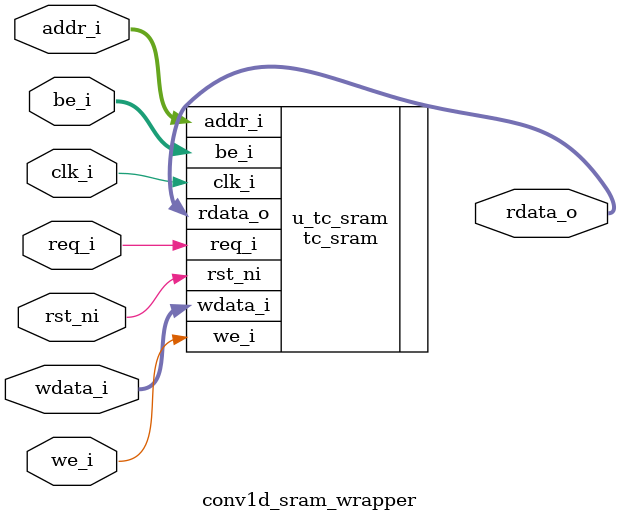
<source format=sv>

module conv1d_sram_wrapper #(
  parameter int unsigned NUM_WORDS = 32'd128,  // Number of Words in data array
  parameter int unsigned DATA_WIDTH = 32'd32,  // Data signal width
  // DEPENDENT PARAMETERS, DO NOT OVERWRITE!
  localparam int unsigned AddrWidth = (NUM_WORDS > 32'd1) ? unsigned'($clog2(NUM_WORDS)) : 32'd1
) (
  input  logic                 clk_i,
  input  logic                 rst_ni,
  // input ports
  input  logic                 req_i,
  input  logic                 we_i,
  input  logic [AddrWidth-1:0] addr_i,
  input  logic [         31:0] wdata_i,
  input  logic [          3:0] be_i,
  // output ports
  output logic [         31:0] rdata_o
);
  // ---------------------
  // SRAM SIMULATION MODEL
  // ---------------------
  tc_sram #(
    .NumWords    (NUM_WORDS),
    .DataWidth   (DATA_WIDTH),
    .ByteWidth   (32'd8),
    .NumPorts    (32'd1),
    .Latency     (32'd1)
  ) u_tc_sram (
  	.clk_i   (clk_i),
    .rst_ni  (rst_ni),
    .req_i   (req_i),
    .we_i    (we_i),
    .addr_i  (addr_i),
    .wdata_i (wdata_i),
    .be_i    (be_i),
    .rdata_o (rdata_o)
  );
endmodule

</source>
